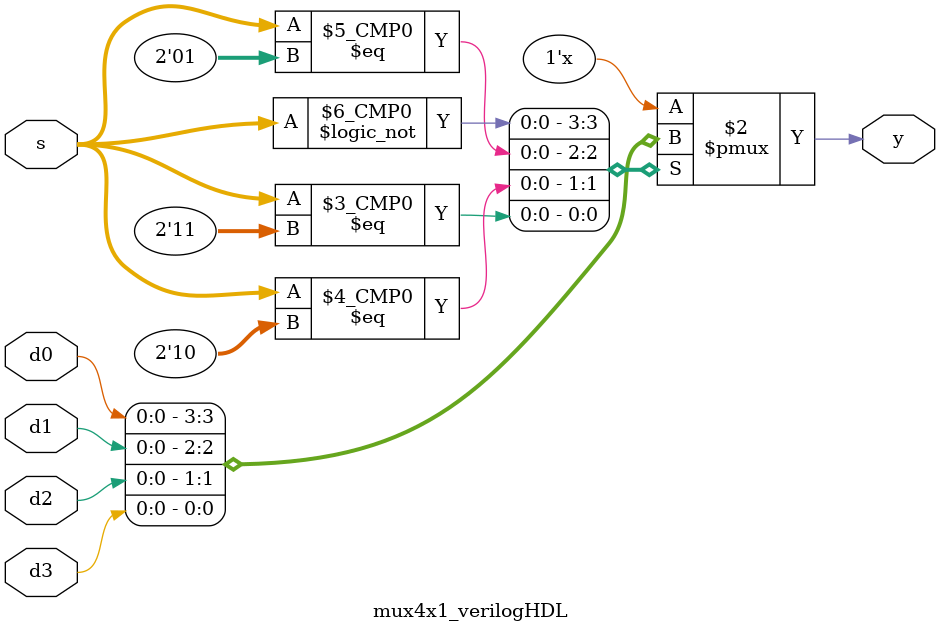
<source format=v>
`timescale 1ns / 1ps


module mux4x1_verilogHDL(
    input  [1:0] s,   // 2Î»Ñ¡ÔñÐÅºÅ
    input        d0,  // Êý¾ÝÊäÈë0
    input        d1,  // Êý¾ÝÊäÈë1
    input        d2,  // Êý¾ÝÊäÈë2
    input        d3,  // Êý¾ÝÊäÈë3
    output reg   y    // Êä³öÐÅºÅ (Ê¹ÓÃregÒòÎªÔÚalways¿éÖÐ¸³Öµ)
);

    // µ±Ñ¡ÔñÐÅºÅs±ä»¯Ê±£¬Ö´ÐÐcaseÓï¾ä
    always @(s or d0 or d1 or d2 or d3) begin
        case (s)
            2'b00: y = d0; // Èç¹ûsÎª00, yÊä³öd0
            2'b01: y = d1; // Èç¹ûsÎª01, yÊä³öd1
            2'b10: y = d2; // Èç¹ûsÎª10, yÊä³öd2
            2'b11: y = d3; // Èç¹ûsÎª11, yÊä³öd3
            default: y = 1'bx; // ÆäËûÇé¿ö (ÔöÇ¿´úÂë½¡×³ÐÔ)
        endcase
    end

endmodule

</source>
